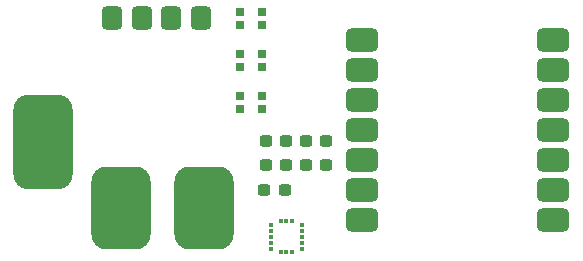
<source format=gbr>
%TF.GenerationSoftware,KiCad,Pcbnew,8.0.4*%
%TF.CreationDate,2025-03-19T01:09:58-05:00*%
%TF.ProjectId,Melty,4d656c74-792e-46b6-9963-61645f706362,rev?*%
%TF.SameCoordinates,Original*%
%TF.FileFunction,Paste,Top*%
%TF.FilePolarity,Positive*%
%FSLAX46Y46*%
G04 Gerber Fmt 4.6, Leading zero omitted, Abs format (unit mm)*
G04 Created by KiCad (PCBNEW 8.0.4) date 2025-03-19 01:09:58*
%MOMM*%
%LPD*%
G01*
G04 APERTURE LIST*
G04 Aperture macros list*
%AMRoundRect*
0 Rectangle with rounded corners*
0 $1 Rounding radius*
0 $2 $3 $4 $5 $6 $7 $8 $9 X,Y pos of 4 corners*
0 Add a 4 corners polygon primitive as box body*
4,1,4,$2,$3,$4,$5,$6,$7,$8,$9,$2,$3,0*
0 Add four circle primitives for the rounded corners*
1,1,$1+$1,$2,$3*
1,1,$1+$1,$4,$5*
1,1,$1+$1,$6,$7*
1,1,$1+$1,$8,$9*
0 Add four rect primitives between the rounded corners*
20,1,$1+$1,$2,$3,$4,$5,0*
20,1,$1+$1,$4,$5,$6,$7,0*
20,1,$1+$1,$6,$7,$8,$9,0*
20,1,$1+$1,$8,$9,$2,$3,0*%
G04 Aperture macros list end*
%ADD10R,0.457200X0.355600*%
%ADD11R,0.355600X0.457200*%
%ADD12RoundRect,0.237500X-0.300000X-0.237500X0.300000X-0.237500X0.300000X0.237500X-0.300000X0.237500X0*%
%ADD13RoundRect,0.437500X0.437500X0.562500X-0.437500X0.562500X-0.437500X-0.562500X0.437500X-0.562500X0*%
%ADD14RoundRect,1.250000X-1.250000X-2.250000X1.250000X-2.250000X1.250000X2.250000X-1.250000X2.250000X0*%
%ADD15R,0.700000X0.700000*%
%ADD16RoundRect,1.250000X1.250000X-2.750000X1.250000X2.750000X-1.250000X2.750000X-1.250000X-2.750000X0*%
%ADD17RoundRect,0.500000X0.875000X0.500000X-0.875000X0.500000X-0.875000X-0.500000X0.875000X-0.500000X0*%
G04 APERTURE END LIST*
D10*
%TO.C,U2*%
X178704600Y-68499748D03*
X178704600Y-68999874D03*
X178704600Y-69500000D03*
X178704600Y-70000126D03*
X178704600Y-70500252D03*
D11*
X179499874Y-70795400D03*
X180000000Y-70795400D03*
X180500126Y-70795400D03*
D10*
X181295400Y-70500252D03*
X181295400Y-70000126D03*
X181295400Y-69500000D03*
X181295400Y-68999874D03*
X181295400Y-68499748D03*
D11*
X180500126Y-68204600D03*
X180000000Y-68204600D03*
X179499874Y-68204600D03*
%TD*%
D12*
%TO.C,C2*%
X181637500Y-63400000D03*
X183362500Y-63400000D03*
%TD*%
D13*
%TO.C,U4*%
X172750000Y-51000000D03*
X170250000Y-51000000D03*
X167750000Y-51000000D03*
X165250000Y-51000000D03*
%TD*%
D14*
%TO.C,J3*%
X166000000Y-67025000D03*
X173000000Y-67025000D03*
%TD*%
D15*
%TO.C,D2*%
X176085000Y-54000000D03*
X176085000Y-55100000D03*
X177915000Y-55100000D03*
X177915000Y-54000000D03*
%TD*%
D12*
%TO.C,C5*%
X178137500Y-65500000D03*
X179862500Y-65500000D03*
%TD*%
D15*
%TO.C,D3*%
X176085000Y-57550000D03*
X176085000Y-58650000D03*
X177915000Y-58650000D03*
X177915000Y-57550000D03*
%TD*%
D12*
%TO.C,C1*%
X178237500Y-63400000D03*
X179962500Y-63400000D03*
%TD*%
%TO.C,R8*%
X181637500Y-61400000D03*
X183362500Y-61400000D03*
%TD*%
D16*
%TO.C,J5*%
X159425000Y-61450000D03*
%TD*%
D12*
%TO.C,R7*%
X178237500Y-61400000D03*
X179962500Y-61400000D03*
%TD*%
D17*
%TO.C,U1*%
X202561364Y-68073000D03*
X202561364Y-65533000D03*
X202561364Y-62993000D03*
X202561364Y-60453000D03*
X202561364Y-57913000D03*
X202561364Y-55373000D03*
X202561364Y-52833000D03*
X186396364Y-52833000D03*
X186396364Y-55373000D03*
X186396364Y-57913000D03*
X186396364Y-60453000D03*
X186396364Y-62993000D03*
X186396364Y-65533000D03*
X186396364Y-68073000D03*
%TD*%
D15*
%TO.C,D1*%
X176085000Y-50450000D03*
X176085000Y-51550000D03*
X177915000Y-51550000D03*
X177915000Y-50450000D03*
%TD*%
M02*

</source>
